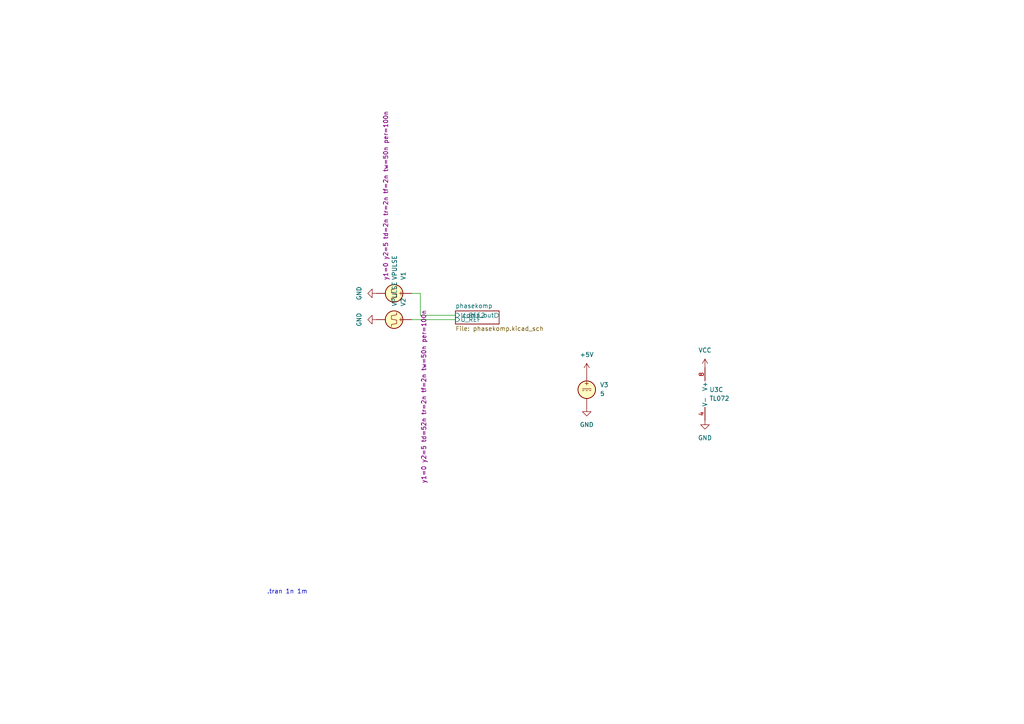
<source format=kicad_sch>
(kicad_sch
	(version 20231120)
	(generator "eeschema")
	(generator_version "8.0")
	(uuid "0a0d8940-681e-4528-8650-9bd1dcbbce9e")
	(paper "A4")
	(lib_symbols
		(symbol "Amplifier_Operational:TL072"
			(pin_names
				(offset 0.127)
			)
			(exclude_from_sim no)
			(in_bom yes)
			(on_board yes)
			(property "Reference" "U"
				(at 0 5.08 0)
				(effects
					(font
						(size 1.27 1.27)
					)
					(justify left)
				)
			)
			(property "Value" "TL072"
				(at 0 -5.08 0)
				(effects
					(font
						(size 1.27 1.27)
					)
					(justify left)
				)
			)
			(property "Footprint" ""
				(at 0 0 0)
				(effects
					(font
						(size 1.27 1.27)
					)
					(hide yes)
				)
			)
			(property "Datasheet" "http://www.ti.com/lit/ds/symlink/tl071.pdf"
				(at 0 0 0)
				(effects
					(font
						(size 1.27 1.27)
					)
					(hide yes)
				)
			)
			(property "Description" "Dual Low-Noise JFET-Input Operational Amplifiers, DIP-8/SOIC-8"
				(at 0 0 0)
				(effects
					(font
						(size 1.27 1.27)
					)
					(hide yes)
				)
			)
			(property "ki_locked" ""
				(at 0 0 0)
				(effects
					(font
						(size 1.27 1.27)
					)
				)
			)
			(property "ki_keywords" "dual opamp"
				(at 0 0 0)
				(effects
					(font
						(size 1.27 1.27)
					)
					(hide yes)
				)
			)
			(property "ki_fp_filters" "SOIC*3.9x4.9mm*P1.27mm* DIP*W7.62mm* TO*99* OnSemi*Micro8* TSSOP*3x3mm*P0.65mm* TSSOP*4.4x3mm*P0.65mm* MSOP*3x3mm*P0.65mm* SSOP*3.9x4.9mm*P0.635mm* LFCSP*2x2mm*P0.5mm* *SIP* SOIC*5.3x6.2mm*P1.27mm*"
				(at 0 0 0)
				(effects
					(font
						(size 1.27 1.27)
					)
					(hide yes)
				)
			)
			(symbol "TL072_1_1"
				(polyline
					(pts
						(xy -5.08 5.08) (xy 5.08 0) (xy -5.08 -5.08) (xy -5.08 5.08)
					)
					(stroke
						(width 0.254)
						(type default)
					)
					(fill
						(type background)
					)
				)
				(pin output line
					(at 7.62 0 180)
					(length 2.54)
					(name "~"
						(effects
							(font
								(size 1.27 1.27)
							)
						)
					)
					(number "1"
						(effects
							(font
								(size 1.27 1.27)
							)
						)
					)
				)
				(pin input line
					(at -7.62 -2.54 0)
					(length 2.54)
					(name "-"
						(effects
							(font
								(size 1.27 1.27)
							)
						)
					)
					(number "2"
						(effects
							(font
								(size 1.27 1.27)
							)
						)
					)
				)
				(pin input line
					(at -7.62 2.54 0)
					(length 2.54)
					(name "+"
						(effects
							(font
								(size 1.27 1.27)
							)
						)
					)
					(number "3"
						(effects
							(font
								(size 1.27 1.27)
							)
						)
					)
				)
			)
			(symbol "TL072_2_1"
				(polyline
					(pts
						(xy -5.08 5.08) (xy 5.08 0) (xy -5.08 -5.08) (xy -5.08 5.08)
					)
					(stroke
						(width 0.254)
						(type default)
					)
					(fill
						(type background)
					)
				)
				(pin input line
					(at -7.62 2.54 0)
					(length 2.54)
					(name "+"
						(effects
							(font
								(size 1.27 1.27)
							)
						)
					)
					(number "5"
						(effects
							(font
								(size 1.27 1.27)
							)
						)
					)
				)
				(pin input line
					(at -7.62 -2.54 0)
					(length 2.54)
					(name "-"
						(effects
							(font
								(size 1.27 1.27)
							)
						)
					)
					(number "6"
						(effects
							(font
								(size 1.27 1.27)
							)
						)
					)
				)
				(pin output line
					(at 7.62 0 180)
					(length 2.54)
					(name "~"
						(effects
							(font
								(size 1.27 1.27)
							)
						)
					)
					(number "7"
						(effects
							(font
								(size 1.27 1.27)
							)
						)
					)
				)
			)
			(symbol "TL072_3_1"
				(pin power_in line
					(at -2.54 -7.62 90)
					(length 3.81)
					(name "V-"
						(effects
							(font
								(size 1.27 1.27)
							)
						)
					)
					(number "4"
						(effects
							(font
								(size 1.27 1.27)
							)
						)
					)
				)
				(pin power_in line
					(at -2.54 7.62 270)
					(length 3.81)
					(name "V+"
						(effects
							(font
								(size 1.27 1.27)
							)
						)
					)
					(number "8"
						(effects
							(font
								(size 1.27 1.27)
							)
						)
					)
				)
			)
		)
		(symbol "Simulation_SPICE:VDC"
			(pin_numbers hide)
			(pin_names
				(offset 0.0254)
			)
			(exclude_from_sim no)
			(in_bom yes)
			(on_board yes)
			(property "Reference" "V"
				(at 2.54 2.54 0)
				(effects
					(font
						(size 1.27 1.27)
					)
					(justify left)
				)
			)
			(property "Value" "1"
				(at 2.54 0 0)
				(effects
					(font
						(size 1.27 1.27)
					)
					(justify left)
				)
			)
			(property "Footprint" ""
				(at 0 0 0)
				(effects
					(font
						(size 1.27 1.27)
					)
					(hide yes)
				)
			)
			(property "Datasheet" "~"
				(at 0 0 0)
				(effects
					(font
						(size 1.27 1.27)
					)
					(hide yes)
				)
			)
			(property "Description" "Voltage source, DC"
				(at 0 0 0)
				(effects
					(font
						(size 1.27 1.27)
					)
					(hide yes)
				)
			)
			(property "Sim.Pins" "1=+ 2=-"
				(at 0 0 0)
				(effects
					(font
						(size 1.27 1.27)
					)
					(hide yes)
				)
			)
			(property "Sim.Type" "DC"
				(at 0 0 0)
				(effects
					(font
						(size 1.27 1.27)
					)
					(hide yes)
				)
			)
			(property "Sim.Device" "V"
				(at 0 0 0)
				(effects
					(font
						(size 1.27 1.27)
					)
					(justify left)
					(hide yes)
				)
			)
			(property "ki_keywords" "simulation"
				(at 0 0 0)
				(effects
					(font
						(size 1.27 1.27)
					)
					(hide yes)
				)
			)
			(symbol "VDC_0_0"
				(polyline
					(pts
						(xy -1.27 0.254) (xy 1.27 0.254)
					)
					(stroke
						(width 0)
						(type default)
					)
					(fill
						(type none)
					)
				)
				(polyline
					(pts
						(xy -0.762 -0.254) (xy -1.27 -0.254)
					)
					(stroke
						(width 0)
						(type default)
					)
					(fill
						(type none)
					)
				)
				(polyline
					(pts
						(xy 0.254 -0.254) (xy -0.254 -0.254)
					)
					(stroke
						(width 0)
						(type default)
					)
					(fill
						(type none)
					)
				)
				(polyline
					(pts
						(xy 1.27 -0.254) (xy 0.762 -0.254)
					)
					(stroke
						(width 0)
						(type default)
					)
					(fill
						(type none)
					)
				)
				(text "+"
					(at 0 1.905 0)
					(effects
						(font
							(size 1.27 1.27)
						)
					)
				)
			)
			(symbol "VDC_0_1"
				(circle
					(center 0 0)
					(radius 2.54)
					(stroke
						(width 0.254)
						(type default)
					)
					(fill
						(type background)
					)
				)
			)
			(symbol "VDC_1_1"
				(pin passive line
					(at 0 5.08 270)
					(length 2.54)
					(name "~"
						(effects
							(font
								(size 1.27 1.27)
							)
						)
					)
					(number "1"
						(effects
							(font
								(size 1.27 1.27)
							)
						)
					)
				)
				(pin passive line
					(at 0 -5.08 90)
					(length 2.54)
					(name "~"
						(effects
							(font
								(size 1.27 1.27)
							)
						)
					)
					(number "2"
						(effects
							(font
								(size 1.27 1.27)
							)
						)
					)
				)
			)
		)
		(symbol "Simulation_SPICE:VPULSE"
			(pin_numbers hide)
			(pin_names
				(offset 0.0254)
			)
			(exclude_from_sim no)
			(in_bom yes)
			(on_board yes)
			(property "Reference" "V"
				(at 2.54 2.54 0)
				(effects
					(font
						(size 1.27 1.27)
					)
					(justify left)
				)
			)
			(property "Value" "VPULSE"
				(at 2.54 0 0)
				(effects
					(font
						(size 1.27 1.27)
					)
					(justify left)
				)
			)
			(property "Footprint" ""
				(at 0 0 0)
				(effects
					(font
						(size 1.27 1.27)
					)
					(hide yes)
				)
			)
			(property "Datasheet" "~"
				(at 0 0 0)
				(effects
					(font
						(size 1.27 1.27)
					)
					(hide yes)
				)
			)
			(property "Description" "Voltage source, pulse"
				(at 0 0 0)
				(effects
					(font
						(size 1.27 1.27)
					)
					(hide yes)
				)
			)
			(property "Sim.Pins" "1=+ 2=-"
				(at 0 0 0)
				(effects
					(font
						(size 1.27 1.27)
					)
					(hide yes)
				)
			)
			(property "Sim.Type" "PULSE"
				(at 0 0 0)
				(effects
					(font
						(size 1.27 1.27)
					)
					(hide yes)
				)
			)
			(property "Sim.Device" "V"
				(at 0 0 0)
				(effects
					(font
						(size 1.27 1.27)
					)
					(justify left)
					(hide yes)
				)
			)
			(property "Sim.Params" "y1=0 y2=1 td=2n tr=2n tf=2n tw=50n per=100n"
				(at 2.54 -2.54 0)
				(effects
					(font
						(size 1.27 1.27)
					)
					(justify left)
				)
			)
			(property "ki_keywords" "simulation"
				(at 0 0 0)
				(effects
					(font
						(size 1.27 1.27)
					)
					(hide yes)
				)
			)
			(symbol "VPULSE_0_0"
				(polyline
					(pts
						(xy -2.032 -0.762) (xy -1.397 -0.762) (xy -1.143 0.762) (xy -0.127 0.762) (xy 0.127 -0.762) (xy 1.143 -0.762)
						(xy 1.397 0.762) (xy 2.032 0.762)
					)
					(stroke
						(width 0)
						(type default)
					)
					(fill
						(type none)
					)
				)
				(text "+"
					(at 0 1.905 0)
					(effects
						(font
							(size 1.27 1.27)
						)
					)
				)
			)
			(symbol "VPULSE_0_1"
				(circle
					(center 0 0)
					(radius 2.54)
					(stroke
						(width 0.254)
						(type default)
					)
					(fill
						(type background)
					)
				)
			)
			(symbol "VPULSE_1_1"
				(pin passive line
					(at 0 5.08 270)
					(length 2.54)
					(name "~"
						(effects
							(font
								(size 1.27 1.27)
							)
						)
					)
					(number "1"
						(effects
							(font
								(size 1.27 1.27)
							)
						)
					)
				)
				(pin passive line
					(at 0 -5.08 90)
					(length 2.54)
					(name "~"
						(effects
							(font
								(size 1.27 1.27)
							)
						)
					)
					(number "2"
						(effects
							(font
								(size 1.27 1.27)
							)
						)
					)
				)
			)
		)
		(symbol "power:+5V"
			(power)
			(pin_names
				(offset 0)
			)
			(exclude_from_sim no)
			(in_bom yes)
			(on_board yes)
			(property "Reference" "#PWR"
				(at 0 -3.81 0)
				(effects
					(font
						(size 1.27 1.27)
					)
					(hide yes)
				)
			)
			(property "Value" "+5V"
				(at 0 3.556 0)
				(effects
					(font
						(size 1.27 1.27)
					)
				)
			)
			(property "Footprint" ""
				(at 0 0 0)
				(effects
					(font
						(size 1.27 1.27)
					)
					(hide yes)
				)
			)
			(property "Datasheet" ""
				(at 0 0 0)
				(effects
					(font
						(size 1.27 1.27)
					)
					(hide yes)
				)
			)
			(property "Description" "Power symbol creates a global label with name \"+5V\""
				(at 0 0 0)
				(effects
					(font
						(size 1.27 1.27)
					)
					(hide yes)
				)
			)
			(property "ki_keywords" "global power"
				(at 0 0 0)
				(effects
					(font
						(size 1.27 1.27)
					)
					(hide yes)
				)
			)
			(symbol "+5V_0_1"
				(polyline
					(pts
						(xy -0.762 1.27) (xy 0 2.54)
					)
					(stroke
						(width 0)
						(type default)
					)
					(fill
						(type none)
					)
				)
				(polyline
					(pts
						(xy 0 0) (xy 0 2.54)
					)
					(stroke
						(width 0)
						(type default)
					)
					(fill
						(type none)
					)
				)
				(polyline
					(pts
						(xy 0 2.54) (xy 0.762 1.27)
					)
					(stroke
						(width 0)
						(type default)
					)
					(fill
						(type none)
					)
				)
			)
			(symbol "+5V_1_1"
				(pin power_in line
					(at 0 0 90)
					(length 0) hide
					(name "+5V"
						(effects
							(font
								(size 1.27 1.27)
							)
						)
					)
					(number "1"
						(effects
							(font
								(size 1.27 1.27)
							)
						)
					)
				)
			)
		)
		(symbol "power:GND"
			(power)
			(pin_names
				(offset 0)
			)
			(exclude_from_sim no)
			(in_bom yes)
			(on_board yes)
			(property "Reference" "#PWR"
				(at 0 -6.35 0)
				(effects
					(font
						(size 1.27 1.27)
					)
					(hide yes)
				)
			)
			(property "Value" "GND"
				(at 0 -3.81 0)
				(effects
					(font
						(size 1.27 1.27)
					)
				)
			)
			(property "Footprint" ""
				(at 0 0 0)
				(effects
					(font
						(size 1.27 1.27)
					)
					(hide yes)
				)
			)
			(property "Datasheet" ""
				(at 0 0 0)
				(effects
					(font
						(size 1.27 1.27)
					)
					(hide yes)
				)
			)
			(property "Description" "Power symbol creates a global label with name \"GND\" , ground"
				(at 0 0 0)
				(effects
					(font
						(size 1.27 1.27)
					)
					(hide yes)
				)
			)
			(property "ki_keywords" "global power"
				(at 0 0 0)
				(effects
					(font
						(size 1.27 1.27)
					)
					(hide yes)
				)
			)
			(symbol "GND_0_1"
				(polyline
					(pts
						(xy 0 0) (xy 0 -1.27) (xy 1.27 -1.27) (xy 0 -2.54) (xy -1.27 -1.27) (xy 0 -1.27)
					)
					(stroke
						(width 0)
						(type default)
					)
					(fill
						(type none)
					)
				)
			)
			(symbol "GND_1_1"
				(pin power_in line
					(at 0 0 270)
					(length 0) hide
					(name "GND"
						(effects
							(font
								(size 1.27 1.27)
							)
						)
					)
					(number "1"
						(effects
							(font
								(size 1.27 1.27)
							)
						)
					)
				)
			)
		)
		(symbol "power:VCC"
			(power)
			(pin_names
				(offset 0)
			)
			(exclude_from_sim no)
			(in_bom yes)
			(on_board yes)
			(property "Reference" "#PWR"
				(at 0 -3.81 0)
				(effects
					(font
						(size 1.27 1.27)
					)
					(hide yes)
				)
			)
			(property "Value" "VCC"
				(at 0 3.81 0)
				(effects
					(font
						(size 1.27 1.27)
					)
				)
			)
			(property "Footprint" ""
				(at 0 0 0)
				(effects
					(font
						(size 1.27 1.27)
					)
					(hide yes)
				)
			)
			(property "Datasheet" ""
				(at 0 0 0)
				(effects
					(font
						(size 1.27 1.27)
					)
					(hide yes)
				)
			)
			(property "Description" "Power symbol creates a global label with name \"VCC\""
				(at 0 0 0)
				(effects
					(font
						(size 1.27 1.27)
					)
					(hide yes)
				)
			)
			(property "ki_keywords" "global power"
				(at 0 0 0)
				(effects
					(font
						(size 1.27 1.27)
					)
					(hide yes)
				)
			)
			(symbol "VCC_0_1"
				(polyline
					(pts
						(xy -0.762 1.27) (xy 0 2.54)
					)
					(stroke
						(width 0)
						(type default)
					)
					(fill
						(type none)
					)
				)
				(polyline
					(pts
						(xy 0 0) (xy 0 2.54)
					)
					(stroke
						(width 0)
						(type default)
					)
					(fill
						(type none)
					)
				)
				(polyline
					(pts
						(xy 0 2.54) (xy 0.762 1.27)
					)
					(stroke
						(width 0)
						(type default)
					)
					(fill
						(type none)
					)
				)
			)
			(symbol "VCC_1_1"
				(pin power_in line
					(at 0 0 90)
					(length 0) hide
					(name "VCC"
						(effects
							(font
								(size 1.27 1.27)
							)
						)
					)
					(number "1"
						(effects
							(font
								(size 1.27 1.27)
							)
						)
					)
				)
			)
		)
	)
	(wire
		(pts
			(xy 121.92 91.44) (xy 121.92 85.09)
		)
		(stroke
			(width 0)
			(type default)
		)
		(uuid "08bd411d-b9b5-40d9-9fb5-961ac3a3a59e")
	)
	(wire
		(pts
			(xy 121.92 85.09) (xy 119.38 85.09)
		)
		(stroke
			(width 0)
			(type default)
		)
		(uuid "2050c9fc-0894-4311-9757-bc4eaa939f70")
	)
	(wire
		(pts
			(xy 132.08 91.44) (xy 121.92 91.44)
		)
		(stroke
			(width 0)
			(type default)
		)
		(uuid "543b0773-ddc8-4bf2-87f5-372396620679")
	)
	(wire
		(pts
			(xy 119.38 92.71) (xy 132.08 92.71)
		)
		(stroke
			(width 0)
			(type default)
		)
		(uuid "6433e9b8-e18d-4fee-b3ab-9aa933a86d68")
	)
	(text ".tran 1n 1m"
		(exclude_from_sim no)
		(at 83.312 171.704 0)
		(effects
			(font
				(size 1.27 1.27)
			)
		)
		(uuid "2f1f0482-17da-4d09-b787-91227561470c")
	)
	(symbol
		(lib_id "power:VCC")
		(at 204.47 106.68 0)
		(unit 1)
		(exclude_from_sim no)
		(in_bom yes)
		(on_board yes)
		(dnp no)
		(fields_autoplaced yes)
		(uuid "1363a5fb-47f4-4e6d-8cef-b649725d8a5e")
		(property "Reference" "#PWR019"
			(at 204.47 110.49 0)
			(effects
				(font
					(size 1.27 1.27)
				)
				(hide yes)
			)
		)
		(property "Value" "VCC"
			(at 204.47 101.6 0)
			(effects
				(font
					(size 1.27 1.27)
				)
			)
		)
		(property "Footprint" ""
			(at 204.47 106.68 0)
			(effects
				(font
					(size 1.27 1.27)
				)
				(hide yes)
			)
		)
		(property "Datasheet" ""
			(at 204.47 106.68 0)
			(effects
				(font
					(size 1.27 1.27)
				)
				(hide yes)
			)
		)
		(property "Description" ""
			(at 204.47 106.68 0)
			(effects
				(font
					(size 1.27 1.27)
				)
				(hide yes)
			)
		)
		(pin "1"
			(uuid "622131fd-887f-4c90-9c61-ae9b83e326ba")
		)
		(instances
			(project "phasecomparator"
				(path "/0a0d8940-681e-4528-8650-9bd1dcbbce9e"
					(reference "#PWR019")
					(unit 1)
				)
			)
		)
	)
	(symbol
		(lib_id "power:GND")
		(at 204.47 121.92 0)
		(unit 1)
		(exclude_from_sim no)
		(in_bom yes)
		(on_board yes)
		(dnp no)
		(fields_autoplaced yes)
		(uuid "634648e8-a5fa-4609-8e2d-64bdf3d52746")
		(property "Reference" "#PWR020"
			(at 204.47 128.27 0)
			(effects
				(font
					(size 1.27 1.27)
				)
				(hide yes)
			)
		)
		(property "Value" "GND"
			(at 204.47 127 0)
			(effects
				(font
					(size 1.27 1.27)
				)
			)
		)
		(property "Footprint" ""
			(at 204.47 121.92 0)
			(effects
				(font
					(size 1.27 1.27)
				)
				(hide yes)
			)
		)
		(property "Datasheet" ""
			(at 204.47 121.92 0)
			(effects
				(font
					(size 1.27 1.27)
				)
				(hide yes)
			)
		)
		(property "Description" ""
			(at 204.47 121.92 0)
			(effects
				(font
					(size 1.27 1.27)
				)
				(hide yes)
			)
		)
		(pin "1"
			(uuid "10ea637b-73f4-463e-a702-f40c82a15451")
		)
		(instances
			(project "phasecomparator"
				(path "/0a0d8940-681e-4528-8650-9bd1dcbbce9e"
					(reference "#PWR020")
					(unit 1)
				)
			)
		)
	)
	(symbol
		(lib_id "Simulation_SPICE:VPULSE")
		(at 114.3 85.09 270)
		(mirror x)
		(unit 1)
		(exclude_from_sim no)
		(in_bom yes)
		(on_board yes)
		(dnp no)
		(uuid "b1be9154-dc1d-484c-a114-554e4d47cf17")
		(property "Reference" "V1"
			(at 116.9698 81.28 0)
			(effects
				(font
					(size 1.27 1.27)
				)
				(justify left)
			)
		)
		(property "Value" "VPULSE"
			(at 114.4298 81.28 0)
			(effects
				(font
					(size 1.27 1.27)
				)
				(justify left)
			)
		)
		(property "Footprint" ""
			(at 114.3 85.09 0)
			(effects
				(font
					(size 1.27 1.27)
				)
				(hide yes)
			)
		)
		(property "Datasheet" "~"
			(at 114.3 85.09 0)
			(effects
				(font
					(size 1.27 1.27)
				)
				(hide yes)
			)
		)
		(property "Description" "Voltage source, pulse"
			(at 114.3 85.09 0)
			(effects
				(font
					(size 1.27 1.27)
				)
				(hide yes)
			)
		)
		(property "Sim.Pins" "1=+ 2=-"
			(at 114.3 85.09 0)
			(effects
				(font
					(size 1.27 1.27)
				)
				(hide yes)
			)
		)
		(property "Sim.Type" "PULSE"
			(at 114.3 85.09 0)
			(effects
				(font
					(size 1.27 1.27)
				)
				(hide yes)
			)
		)
		(property "Sim.Device" "V"
			(at 114.3 85.09 0)
			(effects
				(font
					(size 1.27 1.27)
				)
				(justify left)
				(hide yes)
			)
		)
		(property "Sim.Params" "y1=0 y2=5 td=2n tr=2n tf=2n tw=50n per=100n"
			(at 111.8898 81.28 0)
			(effects
				(font
					(size 1.27 1.27)
				)
				(justify left)
			)
		)
		(pin "1"
			(uuid "3be0f5fe-dd2b-44b4-a128-1dc9d19b9e33")
		)
		(pin "2"
			(uuid "24a279a5-9b6d-4110-a397-408767b19a85")
		)
		(instances
			(project "phasecomparator"
				(path "/0a0d8940-681e-4528-8650-9bd1dcbbce9e"
					(reference "V1")
					(unit 1)
				)
			)
		)
	)
	(symbol
		(lib_id "Simulation_SPICE:VPULSE")
		(at 114.3 92.71 270)
		(mirror x)
		(unit 1)
		(exclude_from_sim no)
		(in_bom yes)
		(on_board yes)
		(dnp no)
		(uuid "c944f9fe-aefb-4af8-9bf1-c50248abd468")
		(property "Reference" "V2"
			(at 116.9698 88.9 0)
			(effects
				(font
					(size 1.27 1.27)
				)
				(justify left)
			)
		)
		(property "Value" "VPULSE"
			(at 114.4298 88.9 0)
			(effects
				(font
					(size 1.27 1.27)
				)
				(justify left)
			)
		)
		(property "Footprint" ""
			(at 114.3 92.71 0)
			(effects
				(font
					(size 1.27 1.27)
				)
				(hide yes)
			)
		)
		(property "Datasheet" "~"
			(at 114.3 92.71 0)
			(effects
				(font
					(size 1.27 1.27)
				)
				(hide yes)
			)
		)
		(property "Description" "Voltage source, pulse"
			(at 114.3 92.71 0)
			(effects
				(font
					(size 1.27 1.27)
				)
				(hide yes)
			)
		)
		(property "Sim.Pins" "1=+ 2=-"
			(at 114.3 92.71 0)
			(effects
				(font
					(size 1.27 1.27)
				)
				(hide yes)
			)
		)
		(property "Sim.Type" "PULSE"
			(at 114.3 92.71 0)
			(effects
				(font
					(size 1.27 1.27)
				)
				(hide yes)
			)
		)
		(property "Sim.Device" "V"
			(at 114.3 92.71 0)
			(effects
				(font
					(size 1.27 1.27)
				)
				(justify left)
				(hide yes)
			)
		)
		(property "Sim.Params" "y1=0 y2=5 td=52n tr=2n tf=2n tw=50n per=100n"
			(at 122.936 140.208 0)
			(effects
				(font
					(size 1.27 1.27)
				)
				(justify left)
			)
		)
		(pin "1"
			(uuid "add696eb-7ccf-4dcc-9c94-9fedc546ddb5")
		)
		(pin "2"
			(uuid "4bfbce94-8d95-424c-9d51-f26d94777db0")
		)
		(instances
			(project "phasecomparator"
				(path "/0a0d8940-681e-4528-8650-9bd1dcbbce9e"
					(reference "V2")
					(unit 1)
				)
			)
		)
	)
	(symbol
		(lib_id "Amplifier_Operational:TL072")
		(at 207.01 114.3 0)
		(unit 3)
		(exclude_from_sim no)
		(in_bom yes)
		(on_board yes)
		(dnp no)
		(fields_autoplaced yes)
		(uuid "cce05492-3a58-4004-88df-a97687f3aa1c")
		(property "Reference" "U3"
			(at 205.74 113.03 0)
			(effects
				(font
					(size 1.27 1.27)
				)
				(justify left)
			)
		)
		(property "Value" "TL072"
			(at 205.74 115.57 0)
			(effects
				(font
					(size 1.27 1.27)
				)
				(justify left)
			)
		)
		(property "Footprint" ""
			(at 207.01 114.3 0)
			(effects
				(font
					(size 1.27 1.27)
				)
				(hide yes)
			)
		)
		(property "Datasheet" "http://www.ti.com/lit/ds/symlink/tl071.pdf"
			(at 207.01 114.3 0)
			(effects
				(font
					(size 1.27 1.27)
				)
				(hide yes)
			)
		)
		(property "Description" ""
			(at 207.01 114.3 0)
			(effects
				(font
					(size 1.27 1.27)
				)
				(hide yes)
			)
		)
		(property "Sim.Library" "TL072-dual.lib"
			(at 207.01 114.3 0)
			(effects
				(font
					(size 1.27 1.27)
				)
				(hide yes)
			)
		)
		(property "Sim.Name" "TL072c"
			(at 207.01 114.3 0)
			(effects
				(font
					(size 1.27 1.27)
				)
				(hide yes)
			)
		)
		(property "Sim.Device" "SUBCKT"
			(at 207.01 114.3 0)
			(effects
				(font
					(size 1.27 1.27)
				)
				(hide yes)
			)
		)
		(property "Sim.Pins" "1=1out 2=1in- 3=1in+ 4=vcc- 5=2in+ 6=2in- 7=2out 8=vcc+"
			(at 207.01 114.3 0)
			(effects
				(font
					(size 1.27 1.27)
				)
				(hide yes)
			)
		)
		(pin "2"
			(uuid "467abf6a-ad9e-409e-a917-6ca815882de7")
		)
		(pin "8"
			(uuid "e2d9cfb3-da4d-4f30-a5ab-21ee91c1c3a1")
		)
		(pin "3"
			(uuid "09d0604f-c2d9-48fe-bd1d-f6c585e2cfdd")
		)
		(pin "5"
			(uuid "d0ebb3d9-173e-477f-9dfa-d593c879f4f3")
		)
		(pin "6"
			(uuid "82c6a1e4-61c4-4a13-80e5-64e9f8dbf78b")
		)
		(pin "4"
			(uuid "96845062-1370-4cf7-9a8c-c67fba1a73f4")
		)
		(pin "7"
			(uuid "550f2433-8ae8-4224-9623-14eca0c29c40")
		)
		(pin "1"
			(uuid "4edae757-2be6-4afd-94ad-e198e418a4ad")
		)
		(instances
			(project "phasecomparator"
				(path "/0a0d8940-681e-4528-8650-9bd1dcbbce9e"
					(reference "U3")
					(unit 3)
				)
			)
		)
	)
	(symbol
		(lib_id "power:GND")
		(at 109.22 92.71 270)
		(unit 1)
		(exclude_from_sim no)
		(in_bom yes)
		(on_board yes)
		(dnp no)
		(fields_autoplaced yes)
		(uuid "d7faa3c9-d736-426d-91b2-dec4e23b6325")
		(property "Reference" "#PWR02"
			(at 102.87 92.71 0)
			(effects
				(font
					(size 1.27 1.27)
				)
				(hide yes)
			)
		)
		(property "Value" "GND"
			(at 104.14 92.71 0)
			(effects
				(font
					(size 1.27 1.27)
				)
			)
		)
		(property "Footprint" ""
			(at 109.22 92.71 0)
			(effects
				(font
					(size 1.27 1.27)
				)
				(hide yes)
			)
		)
		(property "Datasheet" ""
			(at 109.22 92.71 0)
			(effects
				(font
					(size 1.27 1.27)
				)
				(hide yes)
			)
		)
		(property "Description" "Power symbol creates a global label with name \"GND\" , ground"
			(at 109.22 92.71 0)
			(effects
				(font
					(size 1.27 1.27)
				)
				(hide yes)
			)
		)
		(pin "1"
			(uuid "8d1500a0-6cdc-488e-a9ff-fcf816cb937b")
		)
		(instances
			(project "phasecomparator"
				(path "/0a0d8940-681e-4528-8650-9bd1dcbbce9e"
					(reference "#PWR02")
					(unit 1)
				)
			)
		)
	)
	(symbol
		(lib_id "power:GND")
		(at 170.18 118.11 0)
		(unit 1)
		(exclude_from_sim no)
		(in_bom yes)
		(on_board yes)
		(dnp no)
		(fields_autoplaced yes)
		(uuid "d97d5807-ff93-47f2-9ca5-3d37858601bf")
		(property "Reference" "#PWR04"
			(at 170.18 124.46 0)
			(effects
				(font
					(size 1.27 1.27)
				)
				(hide yes)
			)
		)
		(property "Value" "GND"
			(at 170.18 123.19 0)
			(effects
				(font
					(size 1.27 1.27)
				)
			)
		)
		(property "Footprint" ""
			(at 170.18 118.11 0)
			(effects
				(font
					(size 1.27 1.27)
				)
				(hide yes)
			)
		)
		(property "Datasheet" ""
			(at 170.18 118.11 0)
			(effects
				(font
					(size 1.27 1.27)
				)
				(hide yes)
			)
		)
		(property "Description" ""
			(at 170.18 118.11 0)
			(effects
				(font
					(size 1.27 1.27)
				)
				(hide yes)
			)
		)
		(pin "1"
			(uuid "bb51d440-05c1-412d-aee1-3c8a74edd82a")
		)
		(instances
			(project "phasecomparator"
				(path "/0a0d8940-681e-4528-8650-9bd1dcbbce9e"
					(reference "#PWR04")
					(unit 1)
				)
			)
		)
	)
	(symbol
		(lib_id "power:+5V")
		(at 170.18 107.95 0)
		(unit 1)
		(exclude_from_sim no)
		(in_bom yes)
		(on_board yes)
		(dnp no)
		(fields_autoplaced yes)
		(uuid "d9cc348d-f897-4414-8630-fe02955f2f3b")
		(property "Reference" "#PWR03"
			(at 170.18 111.76 0)
			(effects
				(font
					(size 1.27 1.27)
				)
				(hide yes)
			)
		)
		(property "Value" "+5V"
			(at 170.18 102.87 0)
			(effects
				(font
					(size 1.27 1.27)
				)
			)
		)
		(property "Footprint" ""
			(at 170.18 107.95 0)
			(effects
				(font
					(size 1.27 1.27)
				)
				(hide yes)
			)
		)
		(property "Datasheet" ""
			(at 170.18 107.95 0)
			(effects
				(font
					(size 1.27 1.27)
				)
				(hide yes)
			)
		)
		(property "Description" "Power symbol creates a global label with name \"+5V\""
			(at 170.18 107.95 0)
			(effects
				(font
					(size 1.27 1.27)
				)
				(hide yes)
			)
		)
		(pin "1"
			(uuid "9fe47073-d03d-4700-8482-e55ccc8883d5")
		)
		(instances
			(project "phasecomparator"
				(path "/0a0d8940-681e-4528-8650-9bd1dcbbce9e"
					(reference "#PWR03")
					(unit 1)
				)
			)
		)
	)
	(symbol
		(lib_id "power:GND")
		(at 109.22 85.09 270)
		(unit 1)
		(exclude_from_sim no)
		(in_bom yes)
		(on_board yes)
		(dnp no)
		(fields_autoplaced yes)
		(uuid "e700f583-9ecf-42d0-b7ea-439ae14b8a95")
		(property "Reference" "#PWR01"
			(at 102.87 85.09 0)
			(effects
				(font
					(size 1.27 1.27)
				)
				(hide yes)
			)
		)
		(property "Value" "GND"
			(at 104.14 85.09 0)
			(effects
				(font
					(size 1.27 1.27)
				)
			)
		)
		(property "Footprint" ""
			(at 109.22 85.09 0)
			(effects
				(font
					(size 1.27 1.27)
				)
				(hide yes)
			)
		)
		(property "Datasheet" ""
			(at 109.22 85.09 0)
			(effects
				(font
					(size 1.27 1.27)
				)
				(hide yes)
			)
		)
		(property "Description" "Power symbol creates a global label with name \"GND\" , ground"
			(at 109.22 85.09 0)
			(effects
				(font
					(size 1.27 1.27)
				)
				(hide yes)
			)
		)
		(pin "1"
			(uuid "428a7eec-933a-4bd8-9988-34f48627a685")
		)
		(instances
			(project "phasecomparator"
				(path "/0a0d8940-681e-4528-8650-9bd1dcbbce9e"
					(reference "#PWR01")
					(unit 1)
				)
			)
		)
	)
	(symbol
		(lib_id "Simulation_SPICE:VDC")
		(at 170.18 113.03 0)
		(unit 1)
		(exclude_from_sim no)
		(in_bom yes)
		(on_board yes)
		(dnp no)
		(fields_autoplaced yes)
		(uuid "febd06e0-0491-4d11-a7a3-45af552729b7")
		(property "Reference" "V3"
			(at 173.99 111.6302 0)
			(effects
				(font
					(size 1.27 1.27)
				)
				(justify left)
			)
		)
		(property "Value" "5"
			(at 173.99 114.1702 0)
			(effects
				(font
					(size 1.27 1.27)
				)
				(justify left)
			)
		)
		(property "Footprint" ""
			(at 170.18 113.03 0)
			(effects
				(font
					(size 1.27 1.27)
				)
				(hide yes)
			)
		)
		(property "Datasheet" "~"
			(at 170.18 113.03 0)
			(effects
				(font
					(size 1.27 1.27)
				)
				(hide yes)
			)
		)
		(property "Description" ""
			(at 170.18 113.03 0)
			(effects
				(font
					(size 1.27 1.27)
				)
				(hide yes)
			)
		)
		(property "Sim.Pins" "1=+ 2=-"
			(at 170.18 113.03 0)
			(effects
				(font
					(size 1.27 1.27)
				)
				(hide yes)
			)
		)
		(property "Sim.Type" "DC"
			(at 170.18 113.03 0)
			(effects
				(font
					(size 1.27 1.27)
				)
				(hide yes)
			)
		)
		(property "Sim.Device" "V"
			(at 170.18 113.03 0)
			(effects
				(font
					(size 1.27 1.27)
				)
				(justify left)
				(hide yes)
			)
		)
		(pin "2"
			(uuid "d885eb6a-329f-455d-80cc-05a3b096859c")
		)
		(pin "1"
			(uuid "e492e27e-c730-4f1e-a8ab-99ca338c0ce7")
		)
		(instances
			(project "phasecomparator"
				(path "/0a0d8940-681e-4528-8650-9bd1dcbbce9e"
					(reference "V3")
					(unit 1)
				)
			)
		)
	)
	(sheet
		(at 132.08 90.17)
		(size 12.7 3.81)
		(fields_autoplaced yes)
		(stroke
			(width 0.1524)
			(type solid)
		)
		(fill
			(color 0 0 0 0.0000)
		)
		(uuid "8e38d420-9ac9-4758-8a70-7c16d4662f89")
		(property "Sheetname" "phasekomp"
			(at 132.08 89.4584 0)
			(effects
				(font
					(size 1.27 1.27)
				)
				(justify left bottom)
			)
		)
		(property "Sheetfile" "phasekomp.kicad_sch"
			(at 132.08 94.5646 0)
			(effects
				(font
					(size 1.27 1.27)
				)
				(justify left top)
			)
		)
		(property "Field2" ""
			(at 132.08 90.17 0)
			(effects
				(font
					(size 1.27 1.27)
				)
				(hide yes)
			)
		)
		(pin "comp_out" output
			(at 144.78 91.44 0)
			(effects
				(font
					(size 1.27 1.27)
				)
				(justify right)
			)
			(uuid "89bb71b3-a79a-443e-bc5c-dafb10e0f7dc")
		)
		(pin "U_REF" input
			(at 132.08 92.71 180)
			(effects
				(font
					(size 1.27 1.27)
				)
				(justify left)
			)
			(uuid "0dd3b982-137e-4443-ba29-b0794f245862")
		)
		(pin "U_REF2" input
			(at 132.08 91.44 180)
			(effects
				(font
					(size 1.27 1.27)
				)
				(justify left)
			)
			(uuid "aed793c6-7160-4b63-93f5-49dd138b8c73")
		)
		(instances
			(project "phasecomparator"
				(path "/0a0d8940-681e-4528-8650-9bd1dcbbce9e"
					(page "2")
				)
			)
		)
	)
	(sheet_instances
		(path "/"
			(page "1")
		)
	)
)
</source>
